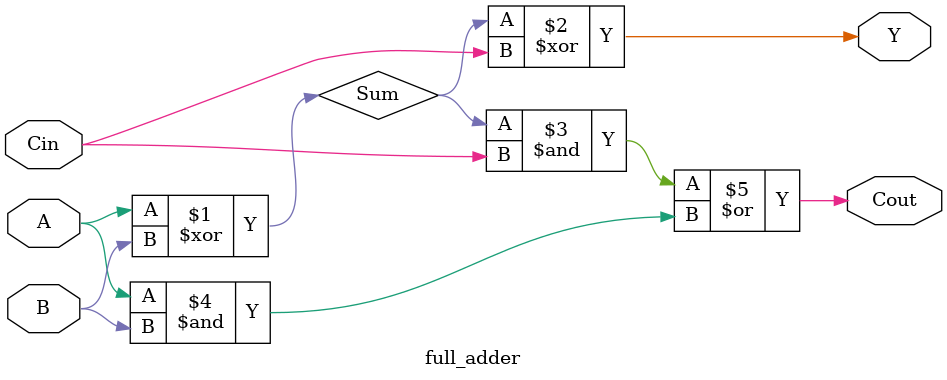
<source format=v>
module full_adder(
    input A, B, Cin,
    output Y, Cout
);
    wire Sum;
    assign Sum = A ^ B;
    assign Y = Sum ^ Cin;
    assign Cout = (Sum & Cin) | (A & B);
    
endmodule
</source>
